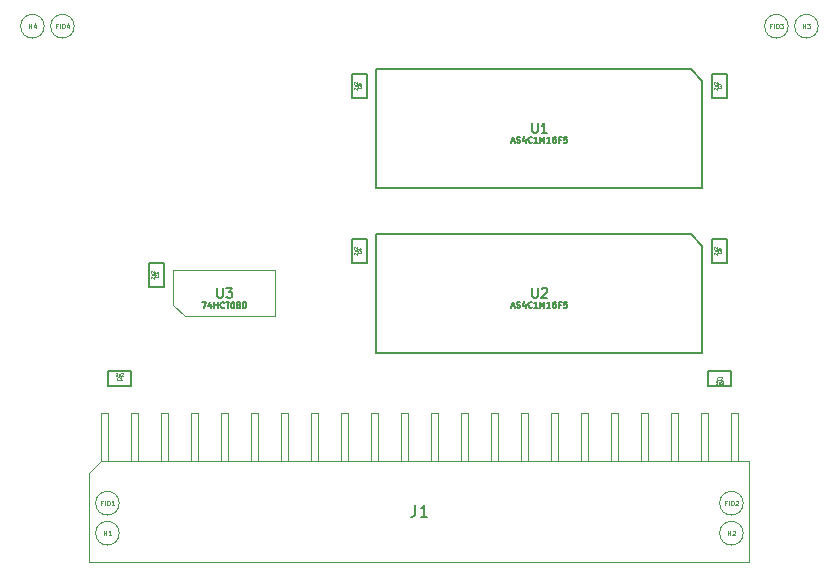
<source format=gbr>
G04 #@! TF.GenerationSoftware,KiCad,Pcbnew,(5.1.10-1-10_14)*
G04 #@! TF.CreationDate,2021-11-18T23:27:22-05:00*
G04 #@! TF.ProjectId,MacClassicRAMCard,4d616343-6c61-4737-9369-6352414d4361,rev?*
G04 #@! TF.SameCoordinates,Original*
G04 #@! TF.FileFunction,Other,Fab,Top*
%FSLAX46Y46*%
G04 Gerber Fmt 4.6, Leading zero omitted, Abs format (unit mm)*
G04 Created by KiCad (PCBNEW (5.1.10-1-10_14)) date 2021-11-18 23:27:22*
%MOMM*%
%LPD*%
G01*
G04 APERTURE LIST*
%ADD10C,0.100000*%
%ADD11C,0.150000*%
%ADD12C,0.063500*%
%ADD13C,0.203200*%
%ADD14C,0.127000*%
G04 APERTURE END LIST*
D10*
X92710000Y-128220000D02*
X92710000Y-135760000D01*
X147620000Y-123190000D02*
X147020000Y-123190000D01*
X147620000Y-127250000D02*
X147620000Y-123190000D01*
X147020000Y-123190000D02*
X147020000Y-127250000D01*
X145080000Y-123190000D02*
X144480000Y-123190000D01*
X145080000Y-127250000D02*
X145080000Y-123190000D01*
X144480000Y-123190000D02*
X144480000Y-127250000D01*
X142540000Y-123190000D02*
X141940000Y-123190000D01*
X142540000Y-127250000D02*
X142540000Y-123190000D01*
X141940000Y-123190000D02*
X141940000Y-127250000D01*
X140000000Y-123190000D02*
X139400000Y-123190000D01*
X140000000Y-127250000D02*
X140000000Y-123190000D01*
X139400000Y-123190000D02*
X139400000Y-127250000D01*
X137460000Y-123190000D02*
X136860000Y-123190000D01*
X137460000Y-127250000D02*
X137460000Y-123190000D01*
X136860000Y-123190000D02*
X136860000Y-127250000D01*
X134920000Y-123190000D02*
X134320000Y-123190000D01*
X134920000Y-127250000D02*
X134920000Y-123190000D01*
X134320000Y-123190000D02*
X134320000Y-127250000D01*
X132380000Y-123190000D02*
X131780000Y-123190000D01*
X132380000Y-127250000D02*
X132380000Y-123190000D01*
X131780000Y-123190000D02*
X131780000Y-127250000D01*
X129840000Y-123190000D02*
X129240000Y-123190000D01*
X129840000Y-127250000D02*
X129840000Y-123190000D01*
X129240000Y-123190000D02*
X129240000Y-127250000D01*
X127300000Y-123190000D02*
X126700000Y-123190000D01*
X127300000Y-127250000D02*
X127300000Y-123190000D01*
X126700000Y-123190000D02*
X126700000Y-127250000D01*
X124760000Y-123190000D02*
X124160000Y-123190000D01*
X124760000Y-127250000D02*
X124760000Y-123190000D01*
X124160000Y-123190000D02*
X124160000Y-127250000D01*
X122220000Y-123190000D02*
X121620000Y-123190000D01*
X122220000Y-127250000D02*
X122220000Y-123190000D01*
X121620000Y-123190000D02*
X121620000Y-127250000D01*
X119680000Y-123190000D02*
X119080000Y-123190000D01*
X119680000Y-127250000D02*
X119680000Y-123190000D01*
X119080000Y-123190000D02*
X119080000Y-127250000D01*
X117140000Y-123190000D02*
X116540000Y-123190000D01*
X117140000Y-127250000D02*
X117140000Y-123190000D01*
X116540000Y-123190000D02*
X116540000Y-127250000D01*
X114600000Y-123190000D02*
X114000000Y-123190000D01*
X114600000Y-127250000D02*
X114600000Y-123190000D01*
X114000000Y-123190000D02*
X114000000Y-127250000D01*
X112060000Y-123190000D02*
X111460000Y-123190000D01*
X112060000Y-127250000D02*
X112060000Y-123190000D01*
X111460000Y-123190000D02*
X111460000Y-127250000D01*
X109520000Y-123190000D02*
X108920000Y-123190000D01*
X109520000Y-127250000D02*
X109520000Y-123190000D01*
X108920000Y-123190000D02*
X108920000Y-127250000D01*
X106980000Y-123190000D02*
X106380000Y-123190000D01*
X106980000Y-127250000D02*
X106980000Y-123190000D01*
X106380000Y-123190000D02*
X106380000Y-127250000D01*
X104440000Y-123190000D02*
X103840000Y-123190000D01*
X104440000Y-127250000D02*
X104440000Y-123190000D01*
X103840000Y-123190000D02*
X103840000Y-127250000D01*
X101900000Y-123190000D02*
X101300000Y-123190000D01*
X101900000Y-127250000D02*
X101900000Y-123190000D01*
X101300000Y-123190000D02*
X101300000Y-127250000D01*
X99360000Y-123190000D02*
X98760000Y-123190000D01*
X99360000Y-127250000D02*
X99360000Y-123190000D01*
X98760000Y-123190000D02*
X98760000Y-127250000D01*
X96820000Y-123190000D02*
X96220000Y-123190000D01*
X96820000Y-127250000D02*
X96820000Y-123190000D01*
X96220000Y-123190000D02*
X96220000Y-127250000D01*
X94280000Y-123190000D02*
X93680000Y-123190000D01*
X94280000Y-127250000D02*
X94280000Y-123190000D01*
X93680000Y-123190000D02*
X93680000Y-127250000D01*
X148590000Y-135760000D02*
X92710000Y-135760000D01*
X148590000Y-127250000D02*
X148590000Y-135760000D01*
X93680000Y-127250000D02*
X148590000Y-127250000D01*
X92710000Y-128220000D02*
X93680000Y-127250000D01*
X148066000Y-130810000D02*
G75*
G03*
X148066000Y-130810000I-1000000J0D01*
G01*
X95234000Y-133350000D02*
G75*
G03*
X95234000Y-133350000I-1000000J0D01*
G01*
X148066000Y-133350000D02*
G75*
G03*
X148066000Y-133350000I-1000000J0D01*
G01*
X95234000Y-130810000D02*
G75*
G03*
X95234000Y-130810000I-1000000J0D01*
G01*
D11*
X114945000Y-108435000D02*
X116195000Y-108435000D01*
X116195000Y-108435000D02*
X116195000Y-110435000D01*
X116195000Y-110435000D02*
X114945000Y-110435000D01*
X114945000Y-110435000D02*
X114945000Y-108435000D01*
X145050000Y-120894000D02*
X145050000Y-119644000D01*
X145050000Y-119644000D02*
X147050000Y-119644000D01*
X147050000Y-119644000D02*
X147050000Y-120894000D01*
X147050000Y-120894000D02*
X145050000Y-120894000D01*
D10*
X88884000Y-90424000D02*
G75*
G03*
X88884000Y-90424000I-1000000J0D01*
G01*
X91424000Y-90424000D02*
G75*
G03*
X91424000Y-90424000I-1000000J0D01*
G01*
X151876000Y-90424000D02*
G75*
G03*
X151876000Y-90424000I-1000000J0D01*
G01*
X154416000Y-90424000D02*
G75*
G03*
X154416000Y-90424000I-1000000J0D01*
G01*
D11*
X145425000Y-94465000D02*
X146675000Y-94465000D01*
X146675000Y-94465000D02*
X146675000Y-96465000D01*
X146675000Y-96465000D02*
X145425000Y-96465000D01*
X145425000Y-96465000D02*
X145425000Y-94465000D01*
X114945000Y-94465000D02*
X116195000Y-94465000D01*
X116195000Y-94465000D02*
X116195000Y-96465000D01*
X116195000Y-96465000D02*
X114945000Y-96465000D01*
X114945000Y-96465000D02*
X114945000Y-94465000D01*
X145425000Y-110435000D02*
X145425000Y-108435000D01*
X146675000Y-110435000D02*
X145425000Y-110435000D01*
X146675000Y-108435000D02*
X146675000Y-110435000D01*
X145425000Y-108435000D02*
X146675000Y-108435000D01*
X97800000Y-112467000D02*
X97800000Y-110467000D01*
X99050000Y-112467000D02*
X97800000Y-112467000D01*
X99050000Y-110467000D02*
X99050000Y-112467000D01*
X97800000Y-110467000D02*
X99050000Y-110467000D01*
D10*
X100800000Y-114980000D02*
X99825000Y-114005000D01*
X108455000Y-114980000D02*
X100800000Y-114980000D01*
X108455000Y-111080000D02*
X108455000Y-114980000D01*
X99825000Y-111080000D02*
X108455000Y-111080000D01*
X99825000Y-114005000D02*
X99825000Y-111080000D01*
D11*
X94250000Y-119644000D02*
X96250000Y-119644000D01*
X94250000Y-120894000D02*
X94250000Y-119644000D01*
X96250000Y-120894000D02*
X94250000Y-120894000D01*
X96250000Y-119644000D02*
X96250000Y-120894000D01*
X143605000Y-94040000D02*
X144605000Y-95040000D01*
X143605000Y-94040000D02*
X117015000Y-94040000D01*
X117015000Y-104080000D02*
X117015000Y-94040000D01*
X144605000Y-104080000D02*
X117015000Y-104080000D01*
X144605000Y-95040000D02*
X144605000Y-104080000D01*
X144605000Y-109010000D02*
X144605000Y-118050000D01*
X144605000Y-118050000D02*
X117015000Y-118050000D01*
X117015000Y-118050000D02*
X117015000Y-108010000D01*
X143605000Y-108010000D02*
X117015000Y-108010000D01*
X143605000Y-108010000D02*
X144605000Y-109010000D01*
X120316666Y-130957380D02*
X120316666Y-131671666D01*
X120269047Y-131814523D01*
X120173809Y-131909761D01*
X120030952Y-131957380D01*
X119935714Y-131957380D01*
X121316666Y-131957380D02*
X120745238Y-131957380D01*
X121030952Y-131957380D02*
X121030952Y-130957380D01*
X120935714Y-131100238D01*
X120840476Y-131195476D01*
X120745238Y-131243095D01*
D10*
X146637428Y-130781428D02*
X146504095Y-130781428D01*
X146504095Y-130990952D02*
X146504095Y-130590952D01*
X146694571Y-130590952D01*
X146846952Y-130990952D02*
X146846952Y-130590952D01*
X147037428Y-130990952D02*
X147037428Y-130590952D01*
X147132666Y-130590952D01*
X147189809Y-130610000D01*
X147227904Y-130648095D01*
X147246952Y-130686190D01*
X147266000Y-130762380D01*
X147266000Y-130819523D01*
X147246952Y-130895714D01*
X147227904Y-130933809D01*
X147189809Y-130971904D01*
X147132666Y-130990952D01*
X147037428Y-130990952D01*
X147418380Y-130629047D02*
X147437428Y-130610000D01*
X147475523Y-130590952D01*
X147570761Y-130590952D01*
X147608857Y-130610000D01*
X147627904Y-130629047D01*
X147646952Y-130667142D01*
X147646952Y-130705238D01*
X147627904Y-130762380D01*
X147399333Y-130990952D01*
X147646952Y-130990952D01*
X93929238Y-133530952D02*
X93929238Y-133130952D01*
X93929238Y-133321428D02*
X94157809Y-133321428D01*
X94157809Y-133530952D02*
X94157809Y-133130952D01*
X94557809Y-133530952D02*
X94329238Y-133530952D01*
X94443523Y-133530952D02*
X94443523Y-133130952D01*
X94405428Y-133188095D01*
X94367333Y-133226190D01*
X94329238Y-133245238D01*
X146761238Y-133530952D02*
X146761238Y-133130952D01*
X146761238Y-133321428D02*
X146989809Y-133321428D01*
X146989809Y-133530952D02*
X146989809Y-133130952D01*
X147161238Y-133169047D02*
X147180285Y-133150000D01*
X147218380Y-133130952D01*
X147313619Y-133130952D01*
X147351714Y-133150000D01*
X147370761Y-133169047D01*
X147389809Y-133207142D01*
X147389809Y-133245238D01*
X147370761Y-133302380D01*
X147142190Y-133530952D01*
X147389809Y-133530952D01*
X93805428Y-130781428D02*
X93672095Y-130781428D01*
X93672095Y-130990952D02*
X93672095Y-130590952D01*
X93862571Y-130590952D01*
X94014952Y-130990952D02*
X94014952Y-130590952D01*
X94205428Y-130990952D02*
X94205428Y-130590952D01*
X94300666Y-130590952D01*
X94357809Y-130610000D01*
X94395904Y-130648095D01*
X94414952Y-130686190D01*
X94434000Y-130762380D01*
X94434000Y-130819523D01*
X94414952Y-130895714D01*
X94395904Y-130933809D01*
X94357809Y-130971904D01*
X94300666Y-130990952D01*
X94205428Y-130990952D01*
X94814952Y-130990952D02*
X94586380Y-130990952D01*
X94700666Y-130990952D02*
X94700666Y-130590952D01*
X94662571Y-130648095D01*
X94624476Y-130686190D01*
X94586380Y-130705238D01*
D12*
X115660714Y-109477333D02*
X115672809Y-109489428D01*
X115684904Y-109525714D01*
X115684904Y-109549904D01*
X115672809Y-109586190D01*
X115648619Y-109610380D01*
X115624428Y-109622476D01*
X115576047Y-109634571D01*
X115539761Y-109634571D01*
X115491380Y-109622476D01*
X115467190Y-109610380D01*
X115443000Y-109586190D01*
X115430904Y-109549904D01*
X115430904Y-109525714D01*
X115443000Y-109489428D01*
X115455095Y-109477333D01*
X115515571Y-109259619D02*
X115684904Y-109259619D01*
X115418809Y-109320095D02*
X115600238Y-109380571D01*
X115600238Y-109223333D01*
X115105095Y-109743428D02*
X115093000Y-109731333D01*
X115080904Y-109707142D01*
X115080904Y-109646666D01*
X115093000Y-109622476D01*
X115105095Y-109610380D01*
X115129285Y-109598285D01*
X115153476Y-109598285D01*
X115189761Y-109610380D01*
X115334904Y-109755523D01*
X115334904Y-109598285D01*
X115165571Y-109380571D02*
X115334904Y-109380571D01*
X115165571Y-109489428D02*
X115298619Y-109489428D01*
X115322809Y-109477333D01*
X115334904Y-109453142D01*
X115334904Y-109416857D01*
X115322809Y-109392666D01*
X115310714Y-109380571D01*
X115105095Y-109271714D02*
X115093000Y-109259619D01*
X115080904Y-109235428D01*
X115080904Y-109174952D01*
X115093000Y-109150761D01*
X115105095Y-109138666D01*
X115129285Y-109126571D01*
X115153476Y-109126571D01*
X115189761Y-109138666D01*
X115334904Y-109283809D01*
X115334904Y-109126571D01*
X146007666Y-120359714D02*
X145995571Y-120371809D01*
X145959285Y-120383904D01*
X145935095Y-120383904D01*
X145898809Y-120371809D01*
X145874619Y-120347619D01*
X145862523Y-120323428D01*
X145850428Y-120275047D01*
X145850428Y-120238761D01*
X145862523Y-120190380D01*
X145874619Y-120166190D01*
X145898809Y-120142000D01*
X145935095Y-120129904D01*
X145959285Y-120129904D01*
X145995571Y-120142000D01*
X146007666Y-120154095D01*
X146104428Y-120154095D02*
X146116523Y-120142000D01*
X146140714Y-120129904D01*
X146201190Y-120129904D01*
X146225380Y-120142000D01*
X146237476Y-120154095D01*
X146249571Y-120178285D01*
X146249571Y-120202476D01*
X146237476Y-120238761D01*
X146092333Y-120383904D01*
X146249571Y-120383904D01*
X145741571Y-120504095D02*
X145753666Y-120492000D01*
X145777857Y-120479904D01*
X145838333Y-120479904D01*
X145862523Y-120492000D01*
X145874619Y-120504095D01*
X145886714Y-120528285D01*
X145886714Y-120552476D01*
X145874619Y-120588761D01*
X145729476Y-120733904D01*
X145886714Y-120733904D01*
X146104428Y-120564571D02*
X146104428Y-120733904D01*
X145995571Y-120564571D02*
X145995571Y-120697619D01*
X146007666Y-120721809D01*
X146031857Y-120733904D01*
X146068142Y-120733904D01*
X146092333Y-120721809D01*
X146104428Y-120709714D01*
X146213285Y-120504095D02*
X146225380Y-120492000D01*
X146249571Y-120479904D01*
X146310047Y-120479904D01*
X146334238Y-120492000D01*
X146346333Y-120504095D01*
X146358428Y-120528285D01*
X146358428Y-120552476D01*
X146346333Y-120588761D01*
X146201190Y-120733904D01*
X146358428Y-120733904D01*
D10*
X87579238Y-90604952D02*
X87579238Y-90204952D01*
X87579238Y-90395428D02*
X87807809Y-90395428D01*
X87807809Y-90604952D02*
X87807809Y-90204952D01*
X88169714Y-90338285D02*
X88169714Y-90604952D01*
X88074476Y-90185904D02*
X87979238Y-90471619D01*
X88226857Y-90471619D01*
X89995428Y-90395428D02*
X89862095Y-90395428D01*
X89862095Y-90604952D02*
X89862095Y-90204952D01*
X90052571Y-90204952D01*
X90204952Y-90604952D02*
X90204952Y-90204952D01*
X90395428Y-90604952D02*
X90395428Y-90204952D01*
X90490666Y-90204952D01*
X90547809Y-90224000D01*
X90585904Y-90262095D01*
X90604952Y-90300190D01*
X90624000Y-90376380D01*
X90624000Y-90433523D01*
X90604952Y-90509714D01*
X90585904Y-90547809D01*
X90547809Y-90585904D01*
X90490666Y-90604952D01*
X90395428Y-90604952D01*
X90966857Y-90338285D02*
X90966857Y-90604952D01*
X90871619Y-90185904D02*
X90776380Y-90471619D01*
X91024000Y-90471619D01*
X150447428Y-90395428D02*
X150314095Y-90395428D01*
X150314095Y-90604952D02*
X150314095Y-90204952D01*
X150504571Y-90204952D01*
X150656952Y-90604952D02*
X150656952Y-90204952D01*
X150847428Y-90604952D02*
X150847428Y-90204952D01*
X150942666Y-90204952D01*
X150999809Y-90224000D01*
X151037904Y-90262095D01*
X151056952Y-90300190D01*
X151076000Y-90376380D01*
X151076000Y-90433523D01*
X151056952Y-90509714D01*
X151037904Y-90547809D01*
X150999809Y-90585904D01*
X150942666Y-90604952D01*
X150847428Y-90604952D01*
X151209333Y-90204952D02*
X151456952Y-90204952D01*
X151323619Y-90357333D01*
X151380761Y-90357333D01*
X151418857Y-90376380D01*
X151437904Y-90395428D01*
X151456952Y-90433523D01*
X151456952Y-90528761D01*
X151437904Y-90566857D01*
X151418857Y-90585904D01*
X151380761Y-90604952D01*
X151266476Y-90604952D01*
X151228380Y-90585904D01*
X151209333Y-90566857D01*
X153111238Y-90604952D02*
X153111238Y-90204952D01*
X153111238Y-90395428D02*
X153339809Y-90395428D01*
X153339809Y-90604952D02*
X153339809Y-90204952D01*
X153492190Y-90204952D02*
X153739809Y-90204952D01*
X153606476Y-90357333D01*
X153663619Y-90357333D01*
X153701714Y-90376380D01*
X153720761Y-90395428D01*
X153739809Y-90433523D01*
X153739809Y-90528761D01*
X153720761Y-90566857D01*
X153701714Y-90585904D01*
X153663619Y-90604952D01*
X153549333Y-90604952D01*
X153511238Y-90585904D01*
X153492190Y-90566857D01*
D12*
X146140714Y-95507333D02*
X146152809Y-95519428D01*
X146164904Y-95555714D01*
X146164904Y-95579904D01*
X146152809Y-95616190D01*
X146128619Y-95640380D01*
X146104428Y-95652476D01*
X146056047Y-95664571D01*
X146019761Y-95664571D01*
X145971380Y-95652476D01*
X145947190Y-95640380D01*
X145923000Y-95616190D01*
X145910904Y-95579904D01*
X145910904Y-95555714D01*
X145923000Y-95519428D01*
X145935095Y-95507333D01*
X145910904Y-95422666D02*
X145910904Y-95253333D01*
X146164904Y-95362190D01*
X145585095Y-95773428D02*
X145573000Y-95761333D01*
X145560904Y-95737142D01*
X145560904Y-95676666D01*
X145573000Y-95652476D01*
X145585095Y-95640380D01*
X145609285Y-95628285D01*
X145633476Y-95628285D01*
X145669761Y-95640380D01*
X145814904Y-95785523D01*
X145814904Y-95628285D01*
X145645571Y-95410571D02*
X145814904Y-95410571D01*
X145645571Y-95519428D02*
X145778619Y-95519428D01*
X145802809Y-95507333D01*
X145814904Y-95483142D01*
X145814904Y-95446857D01*
X145802809Y-95422666D01*
X145790714Y-95410571D01*
X145585095Y-95301714D02*
X145573000Y-95289619D01*
X145560904Y-95265428D01*
X145560904Y-95204952D01*
X145573000Y-95180761D01*
X145585095Y-95168666D01*
X145609285Y-95156571D01*
X145633476Y-95156571D01*
X145669761Y-95168666D01*
X145814904Y-95313809D01*
X145814904Y-95156571D01*
X115660714Y-95507333D02*
X115672809Y-95519428D01*
X115684904Y-95555714D01*
X115684904Y-95579904D01*
X115672809Y-95616190D01*
X115648619Y-95640380D01*
X115624428Y-95652476D01*
X115576047Y-95664571D01*
X115539761Y-95664571D01*
X115491380Y-95652476D01*
X115467190Y-95640380D01*
X115443000Y-95616190D01*
X115430904Y-95579904D01*
X115430904Y-95555714D01*
X115443000Y-95519428D01*
X115455095Y-95507333D01*
X115430904Y-95289619D02*
X115430904Y-95338000D01*
X115443000Y-95362190D01*
X115455095Y-95374285D01*
X115491380Y-95398476D01*
X115539761Y-95410571D01*
X115636523Y-95410571D01*
X115660714Y-95398476D01*
X115672809Y-95386380D01*
X115684904Y-95362190D01*
X115684904Y-95313809D01*
X115672809Y-95289619D01*
X115660714Y-95277523D01*
X115636523Y-95265428D01*
X115576047Y-95265428D01*
X115551857Y-95277523D01*
X115539761Y-95289619D01*
X115527666Y-95313809D01*
X115527666Y-95362190D01*
X115539761Y-95386380D01*
X115551857Y-95398476D01*
X115576047Y-95410571D01*
X115105095Y-95773428D02*
X115093000Y-95761333D01*
X115080904Y-95737142D01*
X115080904Y-95676666D01*
X115093000Y-95652476D01*
X115105095Y-95640380D01*
X115129285Y-95628285D01*
X115153476Y-95628285D01*
X115189761Y-95640380D01*
X115334904Y-95785523D01*
X115334904Y-95628285D01*
X115165571Y-95410571D02*
X115334904Y-95410571D01*
X115165571Y-95519428D02*
X115298619Y-95519428D01*
X115322809Y-95507333D01*
X115334904Y-95483142D01*
X115334904Y-95446857D01*
X115322809Y-95422666D01*
X115310714Y-95410571D01*
X115105095Y-95301714D02*
X115093000Y-95289619D01*
X115080904Y-95265428D01*
X115080904Y-95204952D01*
X115093000Y-95180761D01*
X115105095Y-95168666D01*
X115129285Y-95156571D01*
X115153476Y-95156571D01*
X115189761Y-95168666D01*
X115334904Y-95313809D01*
X115334904Y-95156571D01*
X146140714Y-109477333D02*
X146152809Y-109489428D01*
X146164904Y-109525714D01*
X146164904Y-109549904D01*
X146152809Y-109586190D01*
X146128619Y-109610380D01*
X146104428Y-109622476D01*
X146056047Y-109634571D01*
X146019761Y-109634571D01*
X145971380Y-109622476D01*
X145947190Y-109610380D01*
X145923000Y-109586190D01*
X145910904Y-109549904D01*
X145910904Y-109525714D01*
X145923000Y-109489428D01*
X145935095Y-109477333D01*
X145910904Y-109247523D02*
X145910904Y-109368476D01*
X146031857Y-109380571D01*
X146019761Y-109368476D01*
X146007666Y-109344285D01*
X146007666Y-109283809D01*
X146019761Y-109259619D01*
X146031857Y-109247523D01*
X146056047Y-109235428D01*
X146116523Y-109235428D01*
X146140714Y-109247523D01*
X146152809Y-109259619D01*
X146164904Y-109283809D01*
X146164904Y-109344285D01*
X146152809Y-109368476D01*
X146140714Y-109380571D01*
X145585095Y-109743428D02*
X145573000Y-109731333D01*
X145560904Y-109707142D01*
X145560904Y-109646666D01*
X145573000Y-109622476D01*
X145585095Y-109610380D01*
X145609285Y-109598285D01*
X145633476Y-109598285D01*
X145669761Y-109610380D01*
X145814904Y-109755523D01*
X145814904Y-109598285D01*
X145645571Y-109380571D02*
X145814904Y-109380571D01*
X145645571Y-109489428D02*
X145778619Y-109489428D01*
X145802809Y-109477333D01*
X145814904Y-109453142D01*
X145814904Y-109416857D01*
X145802809Y-109392666D01*
X145790714Y-109380571D01*
X145585095Y-109271714D02*
X145573000Y-109259619D01*
X145560904Y-109235428D01*
X145560904Y-109174952D01*
X145573000Y-109150761D01*
X145585095Y-109138666D01*
X145609285Y-109126571D01*
X145633476Y-109126571D01*
X145669761Y-109138666D01*
X145814904Y-109283809D01*
X145814904Y-109126571D01*
X98515714Y-111509333D02*
X98527809Y-111521428D01*
X98539904Y-111557714D01*
X98539904Y-111581904D01*
X98527809Y-111618190D01*
X98503619Y-111642380D01*
X98479428Y-111654476D01*
X98431047Y-111666571D01*
X98394761Y-111666571D01*
X98346380Y-111654476D01*
X98322190Y-111642380D01*
X98298000Y-111618190D01*
X98285904Y-111581904D01*
X98285904Y-111557714D01*
X98298000Y-111521428D01*
X98310095Y-111509333D01*
X98285904Y-111424666D02*
X98285904Y-111267428D01*
X98382666Y-111352095D01*
X98382666Y-111315809D01*
X98394761Y-111291619D01*
X98406857Y-111279523D01*
X98431047Y-111267428D01*
X98491523Y-111267428D01*
X98515714Y-111279523D01*
X98527809Y-111291619D01*
X98539904Y-111315809D01*
X98539904Y-111388380D01*
X98527809Y-111412571D01*
X98515714Y-111424666D01*
X97960095Y-111775428D02*
X97948000Y-111763333D01*
X97935904Y-111739142D01*
X97935904Y-111678666D01*
X97948000Y-111654476D01*
X97960095Y-111642380D01*
X97984285Y-111630285D01*
X98008476Y-111630285D01*
X98044761Y-111642380D01*
X98189904Y-111787523D01*
X98189904Y-111630285D01*
X98020571Y-111412571D02*
X98189904Y-111412571D01*
X98020571Y-111521428D02*
X98153619Y-111521428D01*
X98177809Y-111509333D01*
X98189904Y-111485142D01*
X98189904Y-111448857D01*
X98177809Y-111424666D01*
X98165714Y-111412571D01*
X97960095Y-111303714D02*
X97948000Y-111291619D01*
X97935904Y-111267428D01*
X97935904Y-111206952D01*
X97948000Y-111182761D01*
X97960095Y-111170666D01*
X97984285Y-111158571D01*
X98008476Y-111158571D01*
X98044761Y-111170666D01*
X98189904Y-111315809D01*
X98189904Y-111158571D01*
D13*
X103520723Y-112584895D02*
X103520723Y-113242876D01*
X103559428Y-113320285D01*
X103598133Y-113358990D01*
X103675542Y-113397695D01*
X103830361Y-113397695D01*
X103907771Y-113358990D01*
X103946476Y-113320285D01*
X103985180Y-113242876D01*
X103985180Y-112584895D01*
X104294819Y-112584895D02*
X104797980Y-112584895D01*
X104527047Y-112894533D01*
X104643161Y-112894533D01*
X104720571Y-112933238D01*
X104759276Y-112971942D01*
X104797980Y-113049352D01*
X104797980Y-113242876D01*
X104759276Y-113320285D01*
X104720571Y-113358990D01*
X104643161Y-113397695D01*
X104410933Y-113397695D01*
X104333523Y-113358990D01*
X104294819Y-113320285D01*
D14*
X102277333Y-113767809D02*
X102616000Y-113767809D01*
X102398285Y-114275809D01*
X103027238Y-113937142D02*
X103027238Y-114275809D01*
X102906285Y-113743619D02*
X102785333Y-114106476D01*
X103099809Y-114106476D01*
X103293333Y-114275809D02*
X103293333Y-113767809D01*
X103293333Y-114009714D02*
X103583619Y-114009714D01*
X103583619Y-114275809D02*
X103583619Y-113767809D01*
X104115809Y-114227428D02*
X104091619Y-114251619D01*
X104019047Y-114275809D01*
X103970666Y-114275809D01*
X103898095Y-114251619D01*
X103849714Y-114203238D01*
X103825523Y-114154857D01*
X103801333Y-114058095D01*
X103801333Y-113985523D01*
X103825523Y-113888761D01*
X103849714Y-113840380D01*
X103898095Y-113792000D01*
X103970666Y-113767809D01*
X104019047Y-113767809D01*
X104091619Y-113792000D01*
X104115809Y-113816190D01*
X104260952Y-113767809D02*
X104551238Y-113767809D01*
X104406095Y-114275809D02*
X104406095Y-113767809D01*
X104817333Y-113767809D02*
X104865714Y-113767809D01*
X104914095Y-113792000D01*
X104938285Y-113816190D01*
X104962476Y-113864571D01*
X104986666Y-113961333D01*
X104986666Y-114082285D01*
X104962476Y-114179047D01*
X104938285Y-114227428D01*
X104914095Y-114251619D01*
X104865714Y-114275809D01*
X104817333Y-114275809D01*
X104768952Y-114251619D01*
X104744761Y-114227428D01*
X104720571Y-114179047D01*
X104696380Y-114082285D01*
X104696380Y-113961333D01*
X104720571Y-113864571D01*
X104744761Y-113816190D01*
X104768952Y-113792000D01*
X104817333Y-113767809D01*
X105276952Y-113985523D02*
X105228571Y-113961333D01*
X105204380Y-113937142D01*
X105180190Y-113888761D01*
X105180190Y-113864571D01*
X105204380Y-113816190D01*
X105228571Y-113792000D01*
X105276952Y-113767809D01*
X105373714Y-113767809D01*
X105422095Y-113792000D01*
X105446285Y-113816190D01*
X105470476Y-113864571D01*
X105470476Y-113888761D01*
X105446285Y-113937142D01*
X105422095Y-113961333D01*
X105373714Y-113985523D01*
X105276952Y-113985523D01*
X105228571Y-114009714D01*
X105204380Y-114033904D01*
X105180190Y-114082285D01*
X105180190Y-114179047D01*
X105204380Y-114227428D01*
X105228571Y-114251619D01*
X105276952Y-114275809D01*
X105373714Y-114275809D01*
X105422095Y-114251619D01*
X105446285Y-114227428D01*
X105470476Y-114179047D01*
X105470476Y-114082285D01*
X105446285Y-114033904D01*
X105422095Y-114009714D01*
X105373714Y-113985523D01*
X105688190Y-114275809D02*
X105688190Y-113767809D01*
X105809142Y-113767809D01*
X105881714Y-113792000D01*
X105930095Y-113840380D01*
X105954285Y-113888761D01*
X105978476Y-113985523D01*
X105978476Y-114058095D01*
X105954285Y-114154857D01*
X105930095Y-114203238D01*
X105881714Y-114251619D01*
X105809142Y-114275809D01*
X105688190Y-114275809D01*
D12*
X95207666Y-120359714D02*
X95195571Y-120371809D01*
X95159285Y-120383904D01*
X95135095Y-120383904D01*
X95098809Y-120371809D01*
X95074619Y-120347619D01*
X95062523Y-120323428D01*
X95050428Y-120275047D01*
X95050428Y-120238761D01*
X95062523Y-120190380D01*
X95074619Y-120166190D01*
X95098809Y-120142000D01*
X95135095Y-120129904D01*
X95159285Y-120129904D01*
X95195571Y-120142000D01*
X95207666Y-120154095D01*
X95449571Y-120383904D02*
X95304428Y-120383904D01*
X95377000Y-120383904D02*
X95377000Y-120129904D01*
X95352809Y-120166190D01*
X95328619Y-120190380D01*
X95304428Y-120202476D01*
X94941571Y-119804095D02*
X94953666Y-119792000D01*
X94977857Y-119779904D01*
X95038333Y-119779904D01*
X95062523Y-119792000D01*
X95074619Y-119804095D01*
X95086714Y-119828285D01*
X95086714Y-119852476D01*
X95074619Y-119888761D01*
X94929476Y-120033904D01*
X95086714Y-120033904D01*
X95304428Y-119864571D02*
X95304428Y-120033904D01*
X95195571Y-119864571D02*
X95195571Y-119997619D01*
X95207666Y-120021809D01*
X95231857Y-120033904D01*
X95268142Y-120033904D01*
X95292333Y-120021809D01*
X95304428Y-120009714D01*
X95413285Y-119804095D02*
X95425380Y-119792000D01*
X95449571Y-119779904D01*
X95510047Y-119779904D01*
X95534238Y-119792000D01*
X95546333Y-119804095D01*
X95558428Y-119828285D01*
X95558428Y-119852476D01*
X95546333Y-119888761D01*
X95401190Y-120033904D01*
X95558428Y-120033904D01*
D13*
X130190723Y-98614895D02*
X130190723Y-99272876D01*
X130229428Y-99350285D01*
X130268133Y-99388990D01*
X130345542Y-99427695D01*
X130500361Y-99427695D01*
X130577771Y-99388990D01*
X130616476Y-99350285D01*
X130655180Y-99272876D01*
X130655180Y-98614895D01*
X131467980Y-99427695D02*
X131003523Y-99427695D01*
X131235752Y-99427695D02*
X131235752Y-98614895D01*
X131158342Y-98731009D01*
X131080933Y-98808419D01*
X131003523Y-98847123D01*
D14*
X128475619Y-100144666D02*
X128717523Y-100144666D01*
X128427238Y-100289809D02*
X128596571Y-99781809D01*
X128765904Y-100289809D01*
X128911047Y-100265619D02*
X128983619Y-100289809D01*
X129104571Y-100289809D01*
X129152952Y-100265619D01*
X129177142Y-100241428D01*
X129201333Y-100193047D01*
X129201333Y-100144666D01*
X129177142Y-100096285D01*
X129152952Y-100072095D01*
X129104571Y-100047904D01*
X129007809Y-100023714D01*
X128959428Y-99999523D01*
X128935238Y-99975333D01*
X128911047Y-99926952D01*
X128911047Y-99878571D01*
X128935238Y-99830190D01*
X128959428Y-99806000D01*
X129007809Y-99781809D01*
X129128761Y-99781809D01*
X129201333Y-99806000D01*
X129636761Y-99951142D02*
X129636761Y-100289809D01*
X129515809Y-99757619D02*
X129394857Y-100120476D01*
X129709333Y-100120476D01*
X130193142Y-100241428D02*
X130168952Y-100265619D01*
X130096380Y-100289809D01*
X130048000Y-100289809D01*
X129975428Y-100265619D01*
X129927047Y-100217238D01*
X129902857Y-100168857D01*
X129878666Y-100072095D01*
X129878666Y-99999523D01*
X129902857Y-99902761D01*
X129927047Y-99854380D01*
X129975428Y-99806000D01*
X130048000Y-99781809D01*
X130096380Y-99781809D01*
X130168952Y-99806000D01*
X130193142Y-99830190D01*
X130676952Y-100289809D02*
X130386666Y-100289809D01*
X130531809Y-100289809D02*
X130531809Y-99781809D01*
X130483428Y-99854380D01*
X130435047Y-99902761D01*
X130386666Y-99926952D01*
X130894666Y-100289809D02*
X130894666Y-99781809D01*
X131064000Y-100144666D01*
X131233333Y-99781809D01*
X131233333Y-100289809D01*
X131741333Y-100289809D02*
X131451047Y-100289809D01*
X131596190Y-100289809D02*
X131596190Y-99781809D01*
X131547809Y-99854380D01*
X131499428Y-99902761D01*
X131451047Y-99926952D01*
X132176761Y-99781809D02*
X132080000Y-99781809D01*
X132031619Y-99806000D01*
X132007428Y-99830190D01*
X131959047Y-99902761D01*
X131934857Y-99999523D01*
X131934857Y-100193047D01*
X131959047Y-100241428D01*
X131983238Y-100265619D01*
X132031619Y-100289809D01*
X132128380Y-100289809D01*
X132176761Y-100265619D01*
X132200952Y-100241428D01*
X132225142Y-100193047D01*
X132225142Y-100072095D01*
X132200952Y-100023714D01*
X132176761Y-99999523D01*
X132128380Y-99975333D01*
X132031619Y-99975333D01*
X131983238Y-99999523D01*
X131959047Y-100023714D01*
X131934857Y-100072095D01*
X132612190Y-100023714D02*
X132442857Y-100023714D01*
X132442857Y-100289809D02*
X132442857Y-99781809D01*
X132684761Y-99781809D01*
X133120190Y-99781809D02*
X132878285Y-99781809D01*
X132854095Y-100023714D01*
X132878285Y-99999523D01*
X132926666Y-99975333D01*
X133047619Y-99975333D01*
X133096000Y-99999523D01*
X133120190Y-100023714D01*
X133144380Y-100072095D01*
X133144380Y-100193047D01*
X133120190Y-100241428D01*
X133096000Y-100265619D01*
X133047619Y-100289809D01*
X132926666Y-100289809D01*
X132878285Y-100265619D01*
X132854095Y-100241428D01*
D13*
X130190723Y-112584895D02*
X130190723Y-113242876D01*
X130229428Y-113320285D01*
X130268133Y-113358990D01*
X130345542Y-113397695D01*
X130500361Y-113397695D01*
X130577771Y-113358990D01*
X130616476Y-113320285D01*
X130655180Y-113242876D01*
X130655180Y-112584895D01*
X131003523Y-112662304D02*
X131042228Y-112623600D01*
X131119638Y-112584895D01*
X131313161Y-112584895D01*
X131390571Y-112623600D01*
X131429276Y-112662304D01*
X131467980Y-112739714D01*
X131467980Y-112817123D01*
X131429276Y-112933238D01*
X130964819Y-113397695D01*
X131467980Y-113397695D01*
D14*
X128475619Y-114114666D02*
X128717523Y-114114666D01*
X128427238Y-114259809D02*
X128596571Y-113751809D01*
X128765904Y-114259809D01*
X128911047Y-114235619D02*
X128983619Y-114259809D01*
X129104571Y-114259809D01*
X129152952Y-114235619D01*
X129177142Y-114211428D01*
X129201333Y-114163047D01*
X129201333Y-114114666D01*
X129177142Y-114066285D01*
X129152952Y-114042095D01*
X129104571Y-114017904D01*
X129007809Y-113993714D01*
X128959428Y-113969523D01*
X128935238Y-113945333D01*
X128911047Y-113896952D01*
X128911047Y-113848571D01*
X128935238Y-113800190D01*
X128959428Y-113776000D01*
X129007809Y-113751809D01*
X129128761Y-113751809D01*
X129201333Y-113776000D01*
X129636761Y-113921142D02*
X129636761Y-114259809D01*
X129515809Y-113727619D02*
X129394857Y-114090476D01*
X129709333Y-114090476D01*
X130193142Y-114211428D02*
X130168952Y-114235619D01*
X130096380Y-114259809D01*
X130048000Y-114259809D01*
X129975428Y-114235619D01*
X129927047Y-114187238D01*
X129902857Y-114138857D01*
X129878666Y-114042095D01*
X129878666Y-113969523D01*
X129902857Y-113872761D01*
X129927047Y-113824380D01*
X129975428Y-113776000D01*
X130048000Y-113751809D01*
X130096380Y-113751809D01*
X130168952Y-113776000D01*
X130193142Y-113800190D01*
X130676952Y-114259809D02*
X130386666Y-114259809D01*
X130531809Y-114259809D02*
X130531809Y-113751809D01*
X130483428Y-113824380D01*
X130435047Y-113872761D01*
X130386666Y-113896952D01*
X130894666Y-114259809D02*
X130894666Y-113751809D01*
X131064000Y-114114666D01*
X131233333Y-113751809D01*
X131233333Y-114259809D01*
X131741333Y-114259809D02*
X131451047Y-114259809D01*
X131596190Y-114259809D02*
X131596190Y-113751809D01*
X131547809Y-113824380D01*
X131499428Y-113872761D01*
X131451047Y-113896952D01*
X132176761Y-113751809D02*
X132080000Y-113751809D01*
X132031619Y-113776000D01*
X132007428Y-113800190D01*
X131959047Y-113872761D01*
X131934857Y-113969523D01*
X131934857Y-114163047D01*
X131959047Y-114211428D01*
X131983238Y-114235619D01*
X132031619Y-114259809D01*
X132128380Y-114259809D01*
X132176761Y-114235619D01*
X132200952Y-114211428D01*
X132225142Y-114163047D01*
X132225142Y-114042095D01*
X132200952Y-113993714D01*
X132176761Y-113969523D01*
X132128380Y-113945333D01*
X132031619Y-113945333D01*
X131983238Y-113969523D01*
X131959047Y-113993714D01*
X131934857Y-114042095D01*
X132612190Y-113993714D02*
X132442857Y-113993714D01*
X132442857Y-114259809D02*
X132442857Y-113751809D01*
X132684761Y-113751809D01*
X133120190Y-113751809D02*
X132878285Y-113751809D01*
X132854095Y-113993714D01*
X132878285Y-113969523D01*
X132926666Y-113945333D01*
X133047619Y-113945333D01*
X133096000Y-113969523D01*
X133120190Y-113993714D01*
X133144380Y-114042095D01*
X133144380Y-114163047D01*
X133120190Y-114211428D01*
X133096000Y-114235619D01*
X133047619Y-114259809D01*
X132926666Y-114259809D01*
X132878285Y-114235619D01*
X132854095Y-114211428D01*
M02*

</source>
